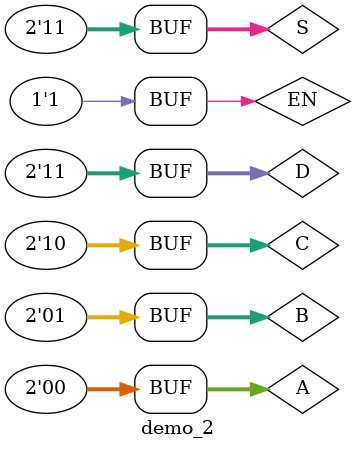
<source format=v>
`timescale 1ns / 1ps


module demo_2;

	// Inputs
	reg [1:0] A;
	reg [1:0] B;
	reg [1:0] C;
	reg [1:0] D;
	reg [1:0] S;
	reg EN;

	// Outputs
	wire [1:0] Y;

	// Instantiate the Unit Under Test (UUT)
	text_2 uut (
		.A(A), 
		.B(B), 
		.C(C), 
		.D(D), 
		.S(S), 
		.EN(EN), 
		.Y(Y)
	);

	initial begin
		// Initialize Inputs
			A[1] = 0;
		A[0]=0;
		B[1]= 0;
		B[0]=1;
		C[1] = 1;
		C[0]=0;
		D[1]= 1;
		D[0]=1;
		S = 0;
		EN = 0;

		// Wait 100 ns for global reset to finish
		#100;
        
		// Add stimulus here
		#100;
		EN=1;S[1]=0;S[0]=0;
		#100;
		EN=1;S[1]=0;S[0]=1;
		#100;
		EN=1;S[1]=1;S[0]=0;
      #100;
		EN=1;S[1]=1;S[0]=1;
	end
      
endmodule


</source>
